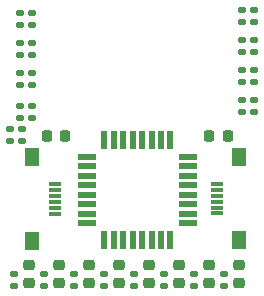
<source format=gbr>
%TF.GenerationSoftware,KiCad,Pcbnew,(6.0.9)*%
%TF.CreationDate,2022-12-15T13:56:24+01:00*%
%TF.ProjectId,8view,38766965-772e-46b6-9963-61645f706362,rev?*%
%TF.SameCoordinates,Original*%
%TF.FileFunction,Paste,Top*%
%TF.FilePolarity,Positive*%
%FSLAX46Y46*%
G04 Gerber Fmt 4.6, Leading zero omitted, Abs format (unit mm)*
G04 Created by KiCad (PCBNEW (6.0.9)) date 2022-12-15 13:56:24*
%MOMM*%
%LPD*%
G01*
G04 APERTURE LIST*
G04 Aperture macros list*
%AMRoundRect*
0 Rectangle with rounded corners*
0 $1 Rounding radius*
0 $2 $3 $4 $5 $6 $7 $8 $9 X,Y pos of 4 corners*
0 Add a 4 corners polygon primitive as box body*
4,1,4,$2,$3,$4,$5,$6,$7,$8,$9,$2,$3,0*
0 Add four circle primitives for the rounded corners*
1,1,$1+$1,$2,$3*
1,1,$1+$1,$4,$5*
1,1,$1+$1,$6,$7*
1,1,$1+$1,$8,$9*
0 Add four rect primitives between the rounded corners*
20,1,$1+$1,$2,$3,$4,$5,0*
20,1,$1+$1,$4,$5,$6,$7,0*
20,1,$1+$1,$6,$7,$8,$9,0*
20,1,$1+$1,$8,$9,$2,$3,0*%
G04 Aperture macros list end*
%ADD10RoundRect,0.225000X-0.225000X-0.250000X0.225000X-0.250000X0.225000X0.250000X-0.225000X0.250000X0*%
%ADD11RoundRect,0.135000X-0.185000X0.135000X-0.185000X-0.135000X0.185000X-0.135000X0.185000X0.135000X0*%
%ADD12RoundRect,0.135000X0.185000X-0.135000X0.185000X0.135000X-0.185000X0.135000X-0.185000X-0.135000X0*%
%ADD13RoundRect,0.218750X0.256250X-0.218750X0.256250X0.218750X-0.256250X0.218750X-0.256250X-0.218750X0*%
%ADD14R,0.550000X1.600000*%
%ADD15R,1.600000X0.550000*%
%ADD16R,1.000001X0.299999*%
%ADD17R,1.300000X1.649999*%
G04 APERTURE END LIST*
D10*
%TO.C,C2*%
X139925000Y-134900000D03*
X141475000Y-134900000D03*
%TD*%
%TO.C,C1*%
X153675000Y-134900000D03*
X155225000Y-134900000D03*
%TD*%
D11*
%TO.C,R10*%
X136800000Y-134290000D03*
X136800000Y-135310000D03*
%TD*%
D12*
%TO.C,R12*%
X137668000Y-128018000D03*
X137668000Y-126998000D03*
%TD*%
%TO.C,R13*%
X137668000Y-130558000D03*
X137668000Y-129538000D03*
%TD*%
D13*
%TO.C,D4*%
X146050000Y-147345500D03*
X146050000Y-145770500D03*
%TD*%
D12*
%TO.C,R6*%
X149800000Y-147550000D03*
X149800000Y-146530000D03*
%TD*%
D14*
%TO.C,U1*%
X144774000Y-143696000D03*
X145574000Y-143696000D03*
X146374000Y-143696000D03*
X147174000Y-143696000D03*
X147974000Y-143696000D03*
X148774000Y-143696000D03*
X149574000Y-143696000D03*
X150374000Y-143696000D03*
D15*
X151824000Y-142246000D03*
X151824000Y-141446000D03*
X151824000Y-140646000D03*
X151824000Y-139846000D03*
X151824000Y-139046000D03*
X151824000Y-138246000D03*
X151824000Y-137446000D03*
X151824000Y-136646000D03*
D14*
X150374000Y-135196000D03*
X149574000Y-135196000D03*
X148774000Y-135196000D03*
X147974000Y-135196000D03*
X147174000Y-135196000D03*
X146374000Y-135196000D03*
X145574000Y-135196000D03*
X144774000Y-135196000D03*
D15*
X143324000Y-136646000D03*
X143324000Y-137446000D03*
X143324000Y-138246000D03*
X143324000Y-139046000D03*
X143324000Y-139846000D03*
X143324000Y-140646000D03*
X143324000Y-141446000D03*
X143324000Y-142246000D03*
%TD*%
D12*
%TO.C,R25*%
X157480000Y-130304000D03*
X157480000Y-129284000D03*
%TD*%
%TO.C,R23*%
X157480000Y-132844000D03*
X157480000Y-131824000D03*
%TD*%
%TO.C,R21*%
X156464000Y-127764000D03*
X156464000Y-126744000D03*
%TD*%
%TO.C,R24*%
X157480000Y-127764000D03*
X157480000Y-126744000D03*
%TD*%
%TO.C,R7*%
X152340000Y-147548000D03*
X152340000Y-146528000D03*
%TD*%
%TO.C,R8*%
X154880000Y-147550000D03*
X154880000Y-146530000D03*
%TD*%
D16*
%TO.C,J4*%
X140583999Y-138957997D03*
X140583999Y-139457999D03*
X140583999Y-139957998D03*
X140583999Y-140457999D03*
X140583999Y-140957999D03*
X140583999Y-141458000D03*
D17*
X138684000Y-136683001D03*
X138684000Y-143732999D03*
%TD*%
D12*
%TO.C,R26*%
X156464000Y-130304000D03*
X156464000Y-129284000D03*
%TD*%
%TO.C,R11*%
X137668000Y-125478000D03*
X137668000Y-124458000D03*
%TD*%
D13*
%TO.C,D1*%
X138430000Y-147345500D03*
X138430000Y-145770500D03*
%TD*%
D12*
%TO.C,R1*%
X137100000Y-147550000D03*
X137100000Y-146530000D03*
%TD*%
%TO.C,R19*%
X157480000Y-125224000D03*
X157480000Y-124204000D03*
%TD*%
D16*
%TO.C,J3*%
X154310001Y-141427002D03*
X154310001Y-140927000D03*
X154310001Y-140427001D03*
X154310001Y-139927000D03*
X154310001Y-139427000D03*
X154310001Y-138926999D03*
D17*
X156210000Y-143701998D03*
X156210000Y-136652000D03*
%TD*%
D12*
%TO.C,R2*%
X139640000Y-147548000D03*
X139640000Y-146528000D03*
%TD*%
%TO.C,R20*%
X156464000Y-125224000D03*
X156464000Y-124204000D03*
%TD*%
D13*
%TO.C,D5*%
X148590000Y-147345500D03*
X148590000Y-145770500D03*
%TD*%
D12*
%TO.C,R4*%
X144720000Y-147550000D03*
X144720000Y-146530000D03*
%TD*%
%TO.C,R17*%
X138684000Y-128018000D03*
X138684000Y-126998000D03*
%TD*%
%TO.C,R14*%
X138684000Y-133352000D03*
X138684000Y-132332000D03*
%TD*%
%TO.C,R16*%
X138684000Y-125478000D03*
X138684000Y-124458000D03*
%TD*%
%TO.C,R5*%
X147260000Y-147550000D03*
X147260000Y-146530000D03*
%TD*%
D13*
%TO.C,D6*%
X151130000Y-147345500D03*
X151130000Y-145770500D03*
%TD*%
D12*
%TO.C,R3*%
X142180000Y-147550000D03*
X142180000Y-146530000D03*
%TD*%
%TO.C,R22*%
X156464000Y-132844000D03*
X156464000Y-131824000D03*
%TD*%
D13*
%TO.C,D8*%
X156210000Y-147345500D03*
X156210000Y-145770500D03*
%TD*%
%TO.C,D2*%
X140970000Y-147345500D03*
X140970000Y-145770500D03*
%TD*%
D12*
%TO.C,R18*%
X137668000Y-133352000D03*
X137668000Y-132332000D03*
%TD*%
D13*
%TO.C,D3*%
X143510000Y-147345500D03*
X143510000Y-145770500D03*
%TD*%
D12*
%TO.C,R9*%
X137850000Y-135310000D03*
X137850000Y-134290000D03*
%TD*%
D13*
%TO.C,D7*%
X153670000Y-147345500D03*
X153670000Y-145770500D03*
%TD*%
D12*
%TO.C,R15*%
X138684000Y-130558000D03*
X138684000Y-129538000D03*
%TD*%
M02*

</source>
